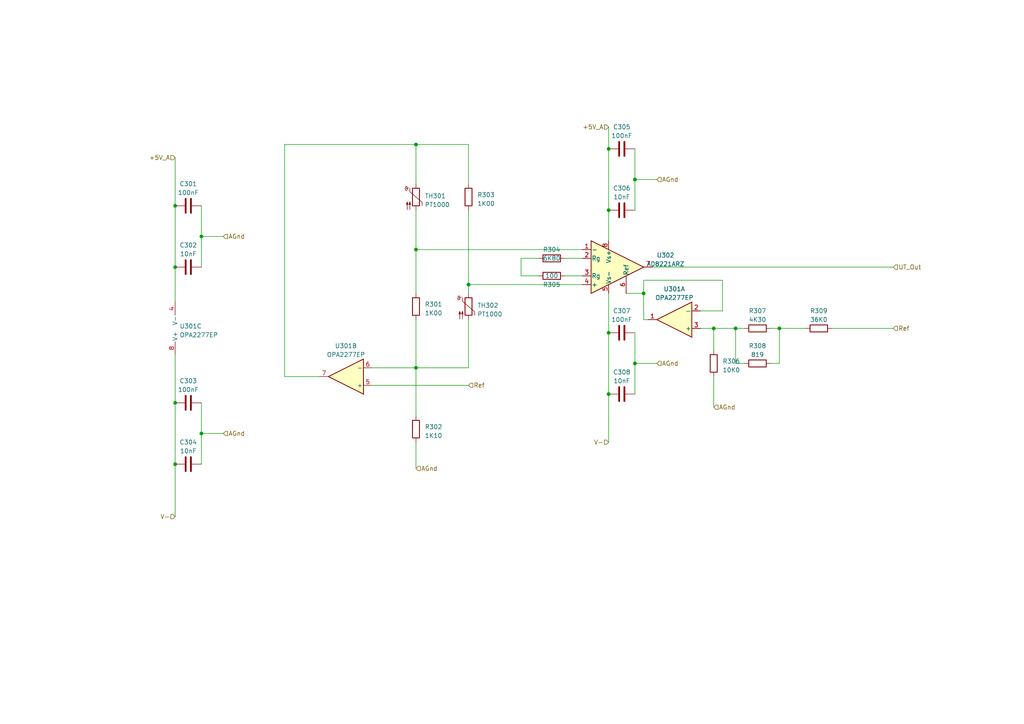
<source format=kicad_sch>
(kicad_sch (version 20230121) (generator eeschema)
  (paper "A4")
  (lib_symbols
    (symbol "Amplifier_Instrumentation:AD8422" (pin_names (offset 0.127))
      (property "Reference" "U" (at 3.81 7.62 0))
      (property "Value" "AD8422" (at 3.81 5.08 0))
      (symbol "AD8422_0_1"
        (polyline (pts (xy -7.62 7.62) (xy -7.62 -7.62) (xy 7.62 0) (xy -7.62 7.62)) (stroke (width 0.254)) (fill (type background)))
      )
      (symbol "AD8422_1_1"
        (pin input line (at -10.16 5.08 0) (length 2.54) (name "-") (number "1"))
        (pin passive line (at -10.16 2.54 0) (length 2.54) (name "Rg") (number "2"))
        (pin passive line (at -10.16 -2.54 0) (length 2.54) (name "Rg") (number "3"))
        (pin input line (at -10.16 -5.08 0) (length 2.54) (name "+") (number "4"))
        (pin power_in line (at -2.54 -7.62 90) (length 2.54) (name "Vs-") (number "5"))
        (pin passive line (at 2.54 -7.62 90) (length 5.08) (name "Ref") (number "6"))
        (pin output line (at 10.16 0 180) (length 2.54) (name "~") (number "7"))
        (pin power_in line (at -2.54 7.62 270) (length 2.54) (name "Vs+") (number "8"))
      )
    )
    (symbol "Amplifier_Operational:OPA2277" (pin_names (offset 0.127))
      (property "Reference" "U" (at 0 5.08 0))
      (property "Value" "OPA2277" (at 0 -5.08 0))
      (symbol "OPA2277_1_1"
        (polyline (pts (xy -5.08 5.08) (xy 5.08 0) (xy -5.08 -5.08) (xy -5.08 5.08)) (stroke (width 0.254)) (fill (type background)))
        (pin output line (at 7.62 0 180) (length 2.54) (name "~") (number "1"))
        (pin input line (at -7.62 -2.54 0) (length 2.54) (name "-") (number "2"))
        (pin input line (at -7.62 2.54 0) (length 2.54) (name "+") (number "3"))
      )
      (symbol "OPA2277_2_1"
        (polyline (pts (xy -5.08 5.08) (xy 5.08 0) (xy -5.08 -5.08) (xy -5.08 5.08)) (stroke (width 0.254)) (fill (type background)))
        (pin input line (at -7.62 2.54 0) (length 2.54) (name "+") (number "5"))
        (pin input line (at -7.62 -2.54 0) (length 2.54) (name "-") (number "6"))
        (pin output line (at 7.62 0 180) (length 2.54) (name "~") (number "7"))
      )
      (symbol "OPA2277_3_1"
        (pin power_in line (at -2.54 -7.62 90) (length 3.81) (name "V-") (number "4"))
        (pin power_in line (at -2.54 7.62 270) (length 3.81) (name "V+") (number "8"))
      )
    )
    (symbol "Device:C" (pin_numbers hide) (pin_names (offset 0.254))
      (property "Reference" "C" (at 0.635 2.54 0))
      (property "Value" "C" (at 0.635 -2.54 0))
      (symbol "C_0_1"
        (polyline (pts (xy -2.032 -0.762) (xy 2.032 -0.762)) (stroke (width 0.508)))
        (polyline (pts (xy -2.032 0.762) (xy 2.032 0.762)) (stroke (width 0.508)))
      )
      (symbol "C_1_1"
        (pin passive line (at 0 3.81 270) (length 2.794) (name "~") (number "1"))
        (pin passive line (at 0 -3.81 90) (length 2.794) (name "~") (number "2"))
      )
    )
    (symbol "Device:R" (pin_numbers hide) (pin_names (offset 0))
      (property "Reference" "R" (at 2.032 0 90))
      (property "Value" "R" (at 0 0 90))
      (symbol "R_0_1"
        (rectangle (start -1.016 -2.54) (end 1.016 2.54) (stroke (width 0.254)))
      )
      (symbol "R_1_1"
        (pin passive line (at 0 3.81 270) (length 1.27) (name "~") (number "1"))
        (pin passive line (at 0 -3.81 90) (length 1.27) (name "~") (number "2"))
      )
    )
    (symbol "Sensor_Temperature:PT1000" (pin_numbers hide) (pin_names (offset 0))
      (property "Reference" "TH" (at -4.445 0 90))
      (property "Value" "PT1000" (at 3.175 0 90))
      (symbol "PT1000_0_1"
        (arc (start -3.048 2.159) (mid -3.0495 2.3143) (end -3.175 2.413))
        (arc (start -3.048 2.159) (mid -2.9736 1.9794) (end -2.794 1.905))
        (arc (start -3.048 2.794) (mid -2.9736 2.6144) (end -2.794 2.54))
        (arc (start -2.794 1.905) (mid -2.6144 1.9794) (end -2.54 2.159))
        (arc (start -2.794 2.54) (mid -2.4393 2.5587) (end -2.159 2.794))
        (arc (start -2.794 3.048) (mid -2.9736 2.9736) (end -3.048 2.794))
        (arc (start -2.54 2.794) (mid -2.6144 2.9736) (end -2.794 3.048))
        (rectangle (start -1.016 2.54) (end 1.016 -2.54) (stroke (width 0.254)))
        (polyline (pts (xy -2.54 2.159) (xy -2.54 2.794)))
        (polyline (pts (xy -1.778 2.54) (xy -1.778 1.524) (xy 1.778 -1.524) (xy 1.778 -2.54)))
        (polyline (pts (xy -2.54 -3.683) (xy -2.54 -1.397) (xy -2.794 -2.159) (xy -2.286 -2.159) (xy -2.54 -1.397) (xy -2.54 -1.651)) (fill (type outline)))
        (polyline (pts (xy -1.778 -3.683) (xy -1.778 -1.397) (xy -2.032 -2.159) (xy -1.524 -2.159) (xy -1.778 -1.397) (xy -1.778 -1.651)) (fill (type outline)))
      )
      (symbol "PT1000_1_1"
        (pin passive line (at 0 3.81 270) (length 1.27) (name "~") (number "1"))
        (pin passive line (at 0 -3.81 90) (length 1.27) (name "~") (number "2"))
      )
    )
  )
  (junction (at 50.8 77.47))
  (junction (at 50.8 116.84))
  (junction (at 58.42 68.58))
  (junction (at 50.8 134.62))
  (junction (at 186.69 85.09))
  (junction (at 213.36 95.25))
  (junction (at 176.53 60.96))
  (junction (at 184.15 52.07))
  (junction (at 176.53 43.18))
  (junction (at 176.53 114.3))
  (junction (at 226.06 95.25))
  (junction (at 184.15 105.41))
  (junction (at 176.53 96.52))
  (junction (at 120.65 72.39))
  (junction (at 207.01 95.25))
  (junction (at 120.65 41.91))
  (junction (at 58.42 125.73))
  (junction (at 120.65 106.68))
  (junction (at 50.8 59.69))
  (junction (at 135.89 82.55))
  (wire (pts (xy 58.42 116.84) (xy 58.42 125.73)))
  (wire (pts (xy 190.5 105.41) (xy 184.15 105.41)))
  (wire (pts (xy 207.01 95.25) (xy 213.36 95.25)))
  (wire (pts (xy 82.55 109.22) (xy 82.55 41.91)))
  (wire (pts (xy 107.95 106.68) (xy 120.65 106.68)))
  (wire (pts (xy 58.42 68.58) (xy 58.42 77.47)))
  (wire (pts (xy 213.36 95.25) (xy 215.9 95.25)))
  (wire (pts (xy 186.69 92.71) (xy 187.96 92.71)))
  (wire (pts (xy 120.65 106.68) (xy 120.65 120.65)))
  (wire (pts (xy 50.8 45.72) (xy 50.8 59.69)))
  (wire (pts (xy 209.55 90.17) (xy 209.55 81.28)))
  (wire (pts (xy 176.53 60.96) (xy 176.53 69.85)))
  (wire (pts (xy 190.5 52.07) (xy 184.15 52.07)))
  (wire (pts (xy 151.13 74.93) (xy 151.13 80.01)))
  (wire (pts (xy 184.15 96.52) (xy 184.15 105.41)))
  (wire (pts (xy 50.8 59.69) (xy 50.8 77.47)))
  (wire (pts (xy 64.77 68.58) (xy 58.42 68.58)))
  (wire (pts (xy 135.89 92.71) (xy 135.89 106.68)))
  (wire (pts (xy 120.65 106.68) (xy 120.65 92.71)))
  (wire (pts (xy 184.15 52.07) (xy 184.15 60.96)))
  (wire (pts (xy 50.8 102.87) (xy 50.8 116.84)))
  (wire (pts (xy 156.21 74.93) (xy 151.13 74.93)))
  (wire (pts (xy 209.55 81.28) (xy 186.69 81.28)))
  (wire (pts (xy 120.65 72.39) (xy 120.65 85.09)))
  (wire (pts (xy 163.83 74.93) (xy 168.91 74.93)))
  (wire (pts (xy 203.2 90.17) (xy 209.55 90.17)))
  (wire (pts (xy 186.69 81.28) (xy 186.69 85.09)))
  (wire (pts (xy 120.65 106.68) (xy 135.89 106.68)))
  (wire (pts (xy 107.95 111.76) (xy 135.89 111.76)))
  (wire (pts (xy 135.89 53.34) (xy 135.89 41.91)))
  (wire (pts (xy 120.65 72.39) (xy 168.91 72.39)))
  (wire (pts (xy 207.01 109.22) (xy 207.01 118.11)))
  (wire (pts (xy 120.65 41.91) (xy 120.65 53.34)))
  (wire (pts (xy 58.42 125.73) (xy 58.42 134.62)))
  (wire (pts (xy 207.01 95.25) (xy 207.01 101.6)))
  (wire (pts (xy 58.42 59.69) (xy 58.42 68.58)))
  (wire (pts (xy 176.53 96.52) (xy 176.53 114.3)))
  (wire (pts (xy 186.69 85.09) (xy 181.61 85.09)))
  (wire (pts (xy 176.53 114.3) (xy 176.53 128.27)))
  (wire (pts (xy 135.89 82.55) (xy 168.91 82.55)))
  (wire (pts (xy 50.8 116.84) (xy 50.8 134.62)))
  (wire (pts (xy 135.89 41.91) (xy 120.65 41.91)))
  (wire (pts (xy 135.89 82.55) (xy 135.89 85.09)))
  (wire (pts (xy 226.06 105.41) (xy 226.06 95.25)))
  (wire (pts (xy 176.53 36.83) (xy 176.53 43.18)))
  (wire (pts (xy 189.23 77.47) (xy 259.08 77.47)))
  (wire (pts (xy 120.65 128.27) (xy 120.65 135.89)))
  (wire (pts (xy 135.89 60.96) (xy 135.89 82.55)))
  (wire (pts (xy 241.3 95.25) (xy 259.08 95.25)))
  (wire (pts (xy 226.06 95.25) (xy 233.68 95.25)))
  (wire (pts (xy 213.36 95.25) (xy 213.36 105.41)))
  (wire (pts (xy 120.65 60.96) (xy 120.65 72.39)))
  (wire (pts (xy 82.55 41.91) (xy 120.65 41.91)))
  (wire (pts (xy 213.36 105.41) (xy 215.9 105.41)))
  (wire (pts (xy 203.2 95.25) (xy 207.01 95.25)))
  (wire (pts (xy 163.83 80.01) (xy 168.91 80.01)))
  (wire (pts (xy 184.15 105.41) (xy 184.15 114.3)))
  (wire (pts (xy 176.53 43.18) (xy 176.53 60.96)))
  (wire (pts (xy 184.15 43.18) (xy 184.15 52.07)))
  (wire (pts (xy 186.69 85.09) (xy 186.69 92.71)))
  (wire (pts (xy 176.53 85.09) (xy 176.53 96.52)))
  (wire (pts (xy 50.8 134.62) (xy 50.8 149.86)))
  (wire (pts (xy 223.52 105.41) (xy 226.06 105.41)))
  (wire (pts (xy 50.8 77.47) (xy 50.8 87.63)))
  (wire (pts (xy 151.13 80.01) (xy 156.21 80.01)))
  (wire (pts (xy 223.52 95.25) (xy 226.06 95.25)))
  (wire (pts (xy 58.42 125.73) (xy 64.77 125.73)))
  (wire (pts (xy 92.71 109.22) (xy 82.55 109.22)))
  (hierarchical_label "AGnd" (shape input) (at 190.5 105.41 0))
  (hierarchical_label "AGnd" (shape input) (at 120.65 135.89 0))
  (hierarchical_label "V-" (shape input) (at 50.8 149.86 180))
  (hierarchical_label "UT_Out" (shape input) (at 259.08 77.47 0))
  (hierarchical_label "V-" (shape input) (at 176.53 128.27 180))
  (hierarchical_label "AGnd" (shape input) (at 64.77 68.58 0))
  (hierarchical_label "Ref" (shape input) (at 259.08 95.25 0))
  (hierarchical_label "AGnd" (shape input) (at 64.77 125.73 0))
  (hierarchical_label "AGnd" (shape input) (at 207.01 118.11 0))
  (hierarchical_label "Ref" (shape input) (at 135.89 111.76 0))
  (hierarchical_label "AGnd" (shape input) (at 190.5 52.07 0))
  (hierarchical_label "+5V_A" (shape input) (at 50.8 45.72 180))
  (hierarchical_label "+5V_A" (shape input) (at 176.53 36.83 180))
  (symbol (lib_id "Device:C") (at 54.61 116.84 90) (unit 1)
    (property "Reference" "C303" (at 54.61 110.49 90))
    (property "Value" "100nF" (at 54.61 113.03 90))
    (property "Footprint" "Capacitor_SMD:C_0805_2012Metric" (effects hide))
  )
  (symbol (lib_id "Device:R") (at 219.71 105.41 90) (unit 1)
    (property "Reference" "R308" (at 219.71 100.33 90))
    (property "Value" "819" (at 219.71 102.87 90))
    (property "Footprint" "Resistor_SMD:R_0805_2012Metric" (effects hide))
  )
  (symbol (lib_id "Device:R") (at 219.71 95.25 90) (unit 1)
    (property "Reference" "R307" (at 219.71 90.17 90))
    (property "Value" "4K30" (at 219.71 92.71 90))
    (property "Footprint" "Resistor_SMD:R_0805_2012Metric" (effects hide))
  )
  (symbol (lib_id "Device:R") (at 237.49 95.25 90) (unit 1)
    (property "Reference" "R309" (at 237.49 90.17 90))
    (property "Value" "36K0" (at 237.49 92.71 90))
    (property "Footprint" "Resistor_SMD:R_0805_2012Metric" (effects hide))
  )
  (symbol (lib_id "Device:C") (at 180.34 43.18 90) (unit 1)
    (property "Reference" "C305" (at 180.34 36.83 90))
    (property "Value" "100nF" (at 180.34 39.37 90))
    (property "Footprint" "Capacitor_SMD:C_0805_2012Metric" (effects hide))
  )
  (symbol (lib_id "Amplifier_Operational:OPA2277") (at 195.58 92.71 180) (unit 1)
    (property "Reference" "U301" (at 195.58 83.82 0))
    (property "Value" "OPA2277EP" (at 195.58 86.36 0))
    (property "Footprint" "Package_SO:SOIC-8_3.9x4.9mm_P1.27mm" (effects hide))
    (property "Datasheet" "https://www.ti.com/lit/ds/symlink/opa2277.pdf" (effects hide))
  )
  (symbol (lib_id "Device:C") (at 54.61 77.47 90) (unit 1)
    (property "Reference" "C302" (at 54.61 71.12 90))
    (property "Value" "10nF" (at 54.61 73.66 90))
    (property "Footprint" "Capacitor_SMD:C_0805_2012Metric" (effects hide))
  )
  (symbol (lib_id "Amplifier_Instrumentation:AD8422") (at 179.07 77.47 0) (unit 1)
    (property "Reference" "U302" (at 193.04 74.0411 0))
    (property "Value" "AD8221ARZ" (at 193.04 76.5811 0))
    (property "Footprint" "Package_SO:SOIC-8_3.9x4.9mm_P1.27mm" (effects hide))
    (property "Datasheet" "https://www.analog.com/media/en/technical-documentation/data-sheets/AD8422.pdf" (effects hide))
  )
  (symbol (lib_id "Device:C") (at 180.34 96.52 90) (unit 1)
    (property "Reference" "C307" (at 180.34 90.17 90))
    (property "Value" "100nF" (at 180.34 92.71 90))
    (property "Footprint" "Capacitor_SMD:C_0805_2012Metric" (effects hide))
  )
  (symbol (lib_id "Device:C") (at 180.34 114.3 90) (unit 1)
    (property "Reference" "C308" (at 180.34 107.95 90))
    (property "Value" "10nF" (at 180.34 110.49 90))
    (property "Footprint" "Capacitor_SMD:C_0805_2012Metric" (effects hide))
  )
  (symbol (lib_id "Sensor_Temperature:PT1000") (at 120.65 57.15 0) (unit 1)
    (property "Reference" "TH301" (at 123.19 56.8325 0) (effects (justify left)))
    (property "Value" "PT1000" (at 123.19 59.3725 0) (effects (justify left)))
    (property "Footprint" "Resistor_SMD:R_0805_2012Metric" (effects hide))
    (property "Datasheet" "https://www.heraeus.com/media/media/group/doc_group/products_1/hst/sot_to/de_15/to_92_d.pdf" (effects hide))
  )
  (symbol (lib_id "Device:R") (at 160.02 74.93 90) (unit 1)
    (property "Reference" "R304" (at 160.02 72.39 90))
    (property "Value" "6K80" (at 160.02 74.93 90))
    (property "Footprint" "Resistor_SMD:R_0805_2012Metric" (effects hide))
  )
  (symbol (lib_id "Device:C") (at 180.34 60.96 90) (unit 1)
    (property "Reference" "C306" (at 180.34 54.61 90))
    (property "Value" "10nF" (at 180.34 57.15 90))
    (property "Footprint" "Capacitor_SMD:C_0805_2012Metric" (effects hide))
  )
  (symbol (lib_id "Device:R") (at 207.01 105.41 0) (unit 1)
    (property "Reference" "R306" (at 209.55 104.775 0) (effects (justify left)))
    (property "Value" "10K0" (at 209.55 107.315 0) (effects (justify left)))
    (property "Footprint" "Resistor_SMD:R_0805_2012Metric" (effects hide))
  )
  (symbol (lib_id "Device:R") (at 120.65 88.9 0) (unit 1)
    (property "Reference" "R301" (at 123.19 88.265 0) (effects (justify left)))
    (property "Value" "1K00" (at 123.19 90.805 0) (effects (justify left)))
    (property "Footprint" "Resistor_SMD:R_0805_2012Metric" (effects hide))
  )
  (symbol (lib_id "Device:C") (at 54.61 59.69 90) (unit 1)
    (property "Reference" "C301" (at 54.61 53.34 90))
    (property "Value" "100nF" (at 54.61 55.88 90))
    (property "Footprint" "Capacitor_SMD:C_0805_2012Metric" (effects hide))
  )
  (symbol (lib_id "Device:R") (at 135.89 57.15 0) (unit 1)
    (property "Reference" "R303" (at 138.43 56.515 0) (effects (justify left)))
    (property "Value" "1K00" (at 138.43 59.055 0) (effects (justify left)))
    (property "Footprint" "Resistor_SMD:R_0805_2012Metric" (effects hide))
  )
  (symbol (lib_id "Device:R") (at 120.65 124.46 0) (unit 1)
    (property "Reference" "R302" (at 123.19 123.825 0) (effects (justify left)))
    (property "Value" "1K10" (at 123.19 126.365 0) (effects (justify left)))
    (property "Footprint" "Resistor_SMD:R_0805_2012Metric" (effects hide))
  )
  (symbol (lib_id "Amplifier_Operational:OPA2277") (at 100.33 109.22 180) (unit 2)
    (property "Reference" "U301" (at 100.33 100.33 0))
    (property "Value" "OPA2277EP" (at 100.33 102.87 0))
    (property "Footprint" "Package_SO:SOIC-8_3.9x4.9mm_P1.27mm" (effects hide))
    (property "Datasheet" "https://www.ti.com/lit/ds/symlink/opa2277.pdf" (effects hide))
  )
  (symbol (lib_id "Sensor_Temperature:PT1000") (at 135.89 88.9 0) (unit 1)
    (property "Reference" "TH302" (at 138.43 88.5825 0) (effects (justify left)))
    (property "Value" "PT1000" (at 138.43 91.1225 0) (effects (justify left)))
    (property "Footprint" "Resistor_SMD:R_0805_2012Metric" (effects hide))
    (property "Datasheet" "https://www.heraeus.com/media/media/group/doc_group/products_1/hst/sot_to/de_15/to_92_d.pdf" (effects hide))
  )
  (symbol (lib_id "Device:C") (at 54.61 134.62 90) (unit 1)
    (property "Reference" "C304" (at 54.61 128.27 90))
    (property "Value" "10nF" (at 54.61 130.81 90))
    (property "Footprint" "Capacitor_SMD:C_0805_2012Metric" (effects hide))
  )
  (symbol (lib_id "Amplifier_Operational:OPA2277") (at 48.26 95.25 180) (unit 3)
    (property "Reference" "U301" (at 52.07 94.615 0) (effects (justify right)))
    (property "Value" "OPA2277EP" (at 52.07 97.155 0) (effects (justify right)))
    (property "Footprint" "Package_SO:SOIC-8_3.9x4.9mm_P1.27mm" (effects hide))
    (property "Datasheet" "https://www.ti.com/lit/ds/symlink/opa2277.pdf" (effects hide))
  )
  (symbol (lib_id "Device:R") (at 160.02 80.01 90) (unit 1)
    (property "Reference" "R305" (at 160.02 82.55 90))
    (property "Value" "100" (at 160.02 80.01 90))
    (property "Footprint" "Resistor_SMD:R_0805_2012Metric" (effects hide))
  )
)
</source>
